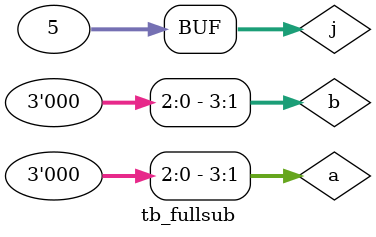
<source format=v>
module dut_fullsub (input [3:0]a,b,
                    input c ,
                    output reg barrow,
                    output reg [3:0]diff);
    // always @(a or b or c) begin
    always @(*) begin
        // diff = a^b^c;
        // barrow = ~a&b | ~a&c | b&c ;
        // barrow = (~a&b) | (~(a^b)&c);
        {barrow,diff} = a-b;
    end
endmodule
//tb
module tb_fullsub (
    
);
    reg [3:0]a,b;
    reg c ;
    wire barrow;
    wire [3:0]diff; 
    integer j;

    initial begin
        a<=0;
        b<=0;
        c<=0;

        for(j=0;j<5;j=j+1) 
        begin
            #10;
            a<=$random;
            b<=$random;
            c<=$random;
        end
        
    end 

    dut_fullsub fs01(a,b,c,barrow,diff);
endmodule
</source>
